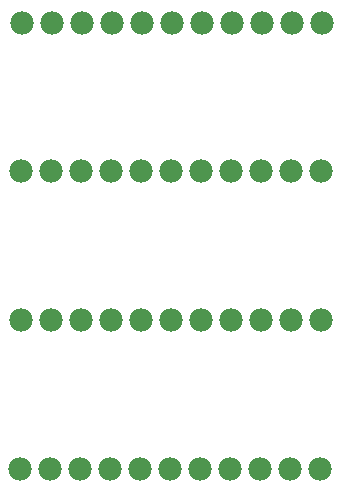
<source format=gbl>
G04 MADE WITH FRITZING*
G04 WWW.FRITZING.ORG*
G04 DOUBLE SIDED*
G04 HOLES PLATED*
G04 CONTOUR ON CENTER OF CONTOUR VECTOR*
%ASAXBY*%
%FSLAX23Y23*%
%MOIN*%
%OFA0B0*%
%SFA1.0B1.0*%
%ADD10C,0.078000*%
%LNCOPPER0*%
G90*
G70*
G54D10*
X1085Y66D03*
X985Y66D03*
X885Y66D03*
X785Y66D03*
X685Y66D03*
X585Y66D03*
X485Y66D03*
X385Y66D03*
X285Y66D03*
X185Y66D03*
X85Y66D03*
X1090Y562D03*
X990Y562D03*
X890Y562D03*
X790Y562D03*
X690Y562D03*
X590Y562D03*
X490Y562D03*
X390Y562D03*
X290Y562D03*
X190Y562D03*
X90Y562D03*
X1090Y1058D03*
X990Y1058D03*
X890Y1058D03*
X790Y1058D03*
X690Y1058D03*
X590Y1058D03*
X490Y1058D03*
X390Y1058D03*
X290Y1058D03*
X190Y1058D03*
X90Y1058D03*
X1093Y1550D03*
X993Y1550D03*
X893Y1550D03*
X793Y1550D03*
X693Y1550D03*
X593Y1550D03*
X493Y1550D03*
X393Y1550D03*
X293Y1550D03*
X193Y1550D03*
X93Y1550D03*
G04 End of Copper0*
M02*
</source>
